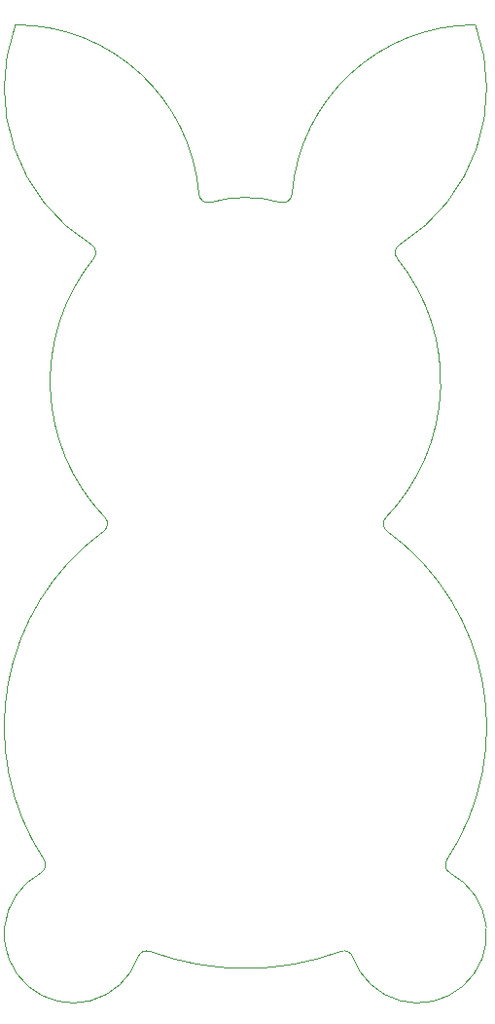
<source format=gm1>
G04*
G04 #@! TF.GenerationSoftware,Altium Limited,Altium Designer,24.2.2 (26)*
G04*
G04 Layer_Color=16711935*
%FSLAX25Y25*%
%MOIN*%
G70*
G04*
G04 #@! TF.SameCoordinates,A7374CB3-C572-496A-BD66-24450F52A8E5*
G04*
G04*
G04 #@! TF.FilePolarity,Positive*
G04*
G01*
G75*
%ADD10C,0.00394*%
D10*
X323529Y422418D02*
G03*
X324677Y426931I-1482J2779D01*
G01*
X345122Y539341D02*
G03*
X345538Y544077I-1851J2549D01*
G01*
X341703Y632690D02*
G03*
X345538Y544077I51998J-42139D01*
G01*
X345122Y539341D02*
G03*
X324677Y426931I48579J-66900D01*
G01*
X323529Y422418D02*
G03*
X356918Y393705I11116J-20843D01*
G01*
X441863Y544077D02*
G03*
X442279Y539341I2266J-2187D01*
G01*
X441863Y544077D02*
G03*
X445699Y632690I-48163J46474D01*
G01*
X462720Y426934D02*
G03*
X463873Y422411I2634J-1737D01*
G01*
X430485Y393705D02*
G03*
X463873Y422418I22273J7870D01*
G01*
X462725Y426931D02*
G03*
X442279Y539341I-69024J45510D01*
G01*
X393701Y389764D02*
G03*
X426423Y395611I0J94488D01*
G01*
X430483Y393705D02*
G03*
X426423Y395611I-2970J-1049D01*
G01*
X405642Y651864D02*
G03*
X393701Y653543I-11941J-41628D01*
G01*
X472540Y712599D02*
G03*
X409650Y654640I-99J-62992D01*
G01*
X405642Y651864D02*
G03*
X409650Y654640I868J3028D01*
G01*
X446490Y637353D02*
G03*
X472540Y712596I-33105J53592D01*
G01*
X446490Y637353D02*
G03*
X445699Y632690I1655J-2680D01*
G01*
X341703D02*
G03*
X340911Y637353I-2447J1983D01*
G01*
X314861Y712596D02*
G03*
X340911Y637353I59154J-21651D01*
G01*
X377751Y654640D02*
G03*
X381759Y651864I3140J252D01*
G01*
X377751Y654640D02*
G03*
X314861Y712599I-62791J-5033D01*
G01*
X393701Y653543D02*
G03*
X381759Y651864I0J-43307D01*
G01*
X360979Y395611D02*
G03*
X356918Y393705I-1091J-2955D01*
G01*
X360979Y395611D02*
G03*
X393701Y389764I32722J88641D01*
G01*
X323529Y422418D02*
G03*
X324677Y426931I-1482J2779D01*
G01*
X345122Y539341D02*
G03*
X345538Y544077I-1851J2549D01*
G01*
X341703Y632690D02*
G03*
X345538Y544077I51998J-42139D01*
G01*
X345122Y539341D02*
G03*
X324677Y426931I48579J-66900D01*
G01*
X323529Y422418D02*
G03*
X356918Y393705I11116J-20843D01*
G01*
X441863Y544077D02*
G03*
X442279Y539341I2266J-2187D01*
G01*
X441863Y544077D02*
G03*
X445699Y632690I-48163J46474D01*
G01*
X462720Y426934D02*
G03*
X463873Y422411I2634J-1737D01*
G01*
X430485Y393705D02*
G03*
X463873Y422418I22273J7870D01*
G01*
X462725Y426931D02*
G03*
X442279Y539341I-69024J45510D01*
G01*
X393701Y389764D02*
G03*
X426423Y395611I0J94488D01*
G01*
X430483Y393705D02*
G03*
X426423Y395611I-2970J-1049D01*
G01*
X405642Y651864D02*
G03*
X393701Y653543I-11941J-41628D01*
G01*
X472540Y712599D02*
G03*
X409650Y654640I-99J-62992D01*
G01*
X405642Y651864D02*
G03*
X409650Y654640I868J3028D01*
G01*
X446490Y637353D02*
G03*
X472540Y712596I-33105J53592D01*
G01*
X446490Y637353D02*
G03*
X445699Y632690I1655J-2680D01*
G01*
X341703D02*
G03*
X340911Y637353I-2447J1983D01*
G01*
X314861Y712596D02*
G03*
X340911Y637353I59154J-21651D01*
G01*
X377751Y654640D02*
G03*
X381759Y651864I3140J252D01*
G01*
X377751Y654640D02*
G03*
X314861Y712599I-62791J-5033D01*
G01*
X393701Y653543D02*
G03*
X381759Y651864I0J-43307D01*
G01*
X360979Y395611D02*
G03*
X356918Y393705I-1091J-2955D01*
G01*
X360979Y395611D02*
G03*
X393701Y389764I32722J88641D01*
G01*
M02*

</source>
